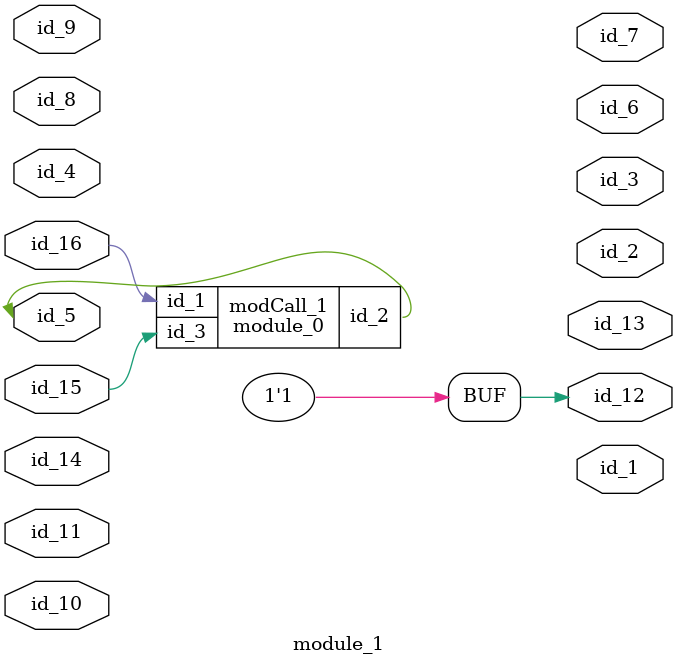
<source format=v>
module module_0 (
    id_1,
    id_2,
    id_3
);
  input wire id_3;
  output wire id_2;
  input wire id_1;
  assign id_2 = $signed(26);
  ;
endmodule
module module_1 (
    id_1,
    id_2,
    id_3,
    id_4,
    id_5,
    id_6,
    id_7,
    id_8,
    id_9,
    id_10,
    id_11,
    id_12,
    id_13,
    id_14,
    id_15,
    id_16
);
  inout wire id_16;
  inout wire id_15;
  input wire id_14;
  output wire id_13;
  output wand id_12;
  input wire id_11;
  input wire id_10;
  input wire id_9;
  inout wire id_8;
  output wire id_7;
  output wire id_6;
  inout wire id_5;
  inout wire id_4;
  output wire id_3;
  output wire id_2;
  module_0 modCall_1 (
      id_16,
      id_5,
      id_15
  );
  output wire id_1;
  assign id_12 = -1;
endmodule

</source>
